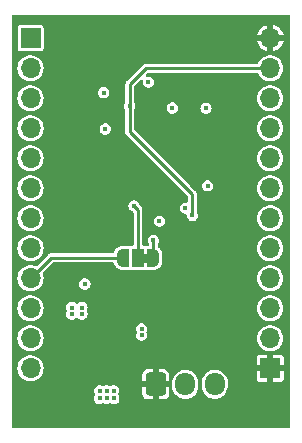
<source format=gbl>
G04 #@! TF.GenerationSoftware,KiCad,Pcbnew,7.0.1*
G04 #@! TF.CreationDate,2023-04-11T16:46:24+02:00*
G04 #@! TF.ProjectId,AFE_03,4146455f-3033-42e6-9b69-6361645f7063,rev?*
G04 #@! TF.SameCoordinates,Original*
G04 #@! TF.FileFunction,Copper,L4,Bot*
G04 #@! TF.FilePolarity,Positive*
%FSLAX46Y46*%
G04 Gerber Fmt 4.6, Leading zero omitted, Abs format (unit mm)*
G04 Created by KiCad (PCBNEW 7.0.1) date 2023-04-11 16:46:24*
%MOMM*%
%LPD*%
G01*
G04 APERTURE LIST*
G04 Aperture macros list*
%AMRoundRect*
0 Rectangle with rounded corners*
0 $1 Rounding radius*
0 $2 $3 $4 $5 $6 $7 $8 $9 X,Y pos of 4 corners*
0 Add a 4 corners polygon primitive as box body*
4,1,4,$2,$3,$4,$5,$6,$7,$8,$9,$2,$3,0*
0 Add four circle primitives for the rounded corners*
1,1,$1+$1,$2,$3*
1,1,$1+$1,$4,$5*
1,1,$1+$1,$6,$7*
1,1,$1+$1,$8,$9*
0 Add four rect primitives between the rounded corners*
20,1,$1+$1,$2,$3,$4,$5,0*
20,1,$1+$1,$4,$5,$6,$7,0*
20,1,$1+$1,$6,$7,$8,$9,0*
20,1,$1+$1,$8,$9,$2,$3,0*%
%AMFreePoly0*
4,1,19,0.550000,-0.750000,0.000000,-0.750000,0.000000,-0.744911,-0.071157,-0.744911,-0.207708,-0.704816,-0.327430,-0.627875,-0.420627,-0.520320,-0.479746,-0.390866,-0.500000,-0.250000,-0.500000,0.250000,-0.479746,0.390866,-0.420627,0.520320,-0.327430,0.627875,-0.207708,0.704816,-0.071157,0.744911,0.000000,0.744911,0.000000,0.750000,0.550000,0.750000,0.550000,-0.750000,0.550000,-0.750000,
$1*%
%AMFreePoly1*
4,1,19,0.000000,0.744911,0.071157,0.744911,0.207708,0.704816,0.327430,0.627875,0.420627,0.520320,0.479746,0.390866,0.500000,0.250000,0.500000,-0.250000,0.479746,-0.390866,0.420627,-0.520320,0.327430,-0.627875,0.207708,-0.704816,0.071157,-0.744911,0.000000,-0.744911,0.000000,-0.750000,-0.550000,-0.750000,-0.550000,0.750000,0.000000,0.750000,0.000000,0.744911,0.000000,0.744911,
$1*%
G04 Aperture macros list end*
G04 #@! TA.AperFunction,ComponentPad*
%ADD10RoundRect,0.250000X-0.600000X-0.725000X0.600000X-0.725000X0.600000X0.725000X-0.600000X0.725000X0*%
G04 #@! TD*
G04 #@! TA.AperFunction,ComponentPad*
%ADD11O,1.700000X1.950000*%
G04 #@! TD*
G04 #@! TA.AperFunction,SMDPad,CuDef*
%ADD12FreePoly0,180.000000*%
G04 #@! TD*
G04 #@! TA.AperFunction,SMDPad,CuDef*
%ADD13R,1.000000X1.500000*%
G04 #@! TD*
G04 #@! TA.AperFunction,SMDPad,CuDef*
%ADD14FreePoly1,180.000000*%
G04 #@! TD*
G04 #@! TA.AperFunction,ComponentPad*
%ADD15R,1.700000X1.700000*%
G04 #@! TD*
G04 #@! TA.AperFunction,ComponentPad*
%ADD16O,1.700000X1.700000*%
G04 #@! TD*
G04 #@! TA.AperFunction,ViaPad*
%ADD17C,0.450000*%
G04 #@! TD*
G04 #@! TA.AperFunction,Conductor*
%ADD18C,0.250000*%
G04 #@! TD*
G04 #@! TA.AperFunction,Conductor*
%ADD19C,0.750000*%
G04 #@! TD*
G04 APERTURE END LIST*
D10*
X100600000Y-65800000D03*
D11*
X103100000Y-65800000D03*
X105600000Y-65800000D03*
D12*
X100400000Y-55100000D03*
D13*
X99100000Y-55100000D03*
D14*
X97800000Y-55100000D03*
D15*
X110300000Y-64440000D03*
D16*
X110300000Y-61900000D03*
X110300000Y-59360000D03*
X110300000Y-56820000D03*
X110300000Y-54280000D03*
X110300000Y-51740000D03*
X110300000Y-49200000D03*
X110300000Y-46660000D03*
X110300000Y-44120000D03*
X110300000Y-41580000D03*
X110300000Y-39040000D03*
X110300000Y-36500000D03*
D15*
X90000000Y-36500000D03*
D16*
X90000000Y-39040000D03*
X90000000Y-41580000D03*
X90000000Y-44120000D03*
X90000000Y-46660000D03*
X90000000Y-49200000D03*
X90000000Y-51740000D03*
X90000000Y-54280000D03*
X90000000Y-56820000D03*
X90000000Y-59360000D03*
X90000000Y-61900000D03*
X90000000Y-64440000D03*
D17*
X99400000Y-61650000D03*
X94350000Y-59850000D03*
X93500000Y-59850000D03*
X93500000Y-59300000D03*
X94375000Y-53350000D03*
X96900000Y-53300000D03*
X97500000Y-43050000D03*
X94900000Y-42200000D03*
X100500000Y-50250000D03*
X101000000Y-40600000D03*
X93500000Y-66500000D03*
X106200000Y-54150000D03*
X94600000Y-58300000D03*
X94800000Y-43300000D03*
X98100000Y-58200000D03*
X92050000Y-62150000D03*
X92800000Y-41100000D03*
X91400000Y-68200000D03*
X98400000Y-42250000D03*
X103700000Y-51500000D03*
X96325000Y-44175000D03*
X94350000Y-59300000D03*
X99980000Y-40220000D03*
X94600000Y-57300000D03*
X96200000Y-41100000D03*
X98760000Y-50690000D03*
X100400000Y-53600000D03*
X95850000Y-66350000D03*
X103105000Y-50900000D03*
X96450000Y-67000000D03*
X100905000Y-52000000D03*
X97050000Y-66350000D03*
X99400000Y-61100000D03*
X96450000Y-66350000D03*
X97050000Y-67000000D03*
X95850000Y-67000000D03*
X104852350Y-42430827D03*
X105000000Y-49000000D03*
X102000000Y-42400000D03*
D18*
X98760000Y-50690000D02*
X99100000Y-51030000D01*
X99100000Y-51030000D02*
X99100000Y-55100000D01*
X98400000Y-40400000D02*
X99760000Y-39040000D01*
X98400000Y-42250000D02*
X98400000Y-40400000D01*
X99760000Y-39040000D02*
X110300000Y-39040000D01*
X98400000Y-42250000D02*
X98400000Y-44400000D01*
X98400000Y-44400000D02*
X103700000Y-49700000D01*
X103700000Y-49700000D02*
X103700000Y-51500000D01*
X97800000Y-55100000D02*
X91720000Y-55100000D01*
X91720000Y-55100000D02*
X90000000Y-56820000D01*
X100400000Y-53600000D02*
X100400000Y-55100000D01*
D19*
X100400000Y-55100000D02*
X99100000Y-55100000D01*
G04 #@! TA.AperFunction,Conductor*
G36*
X111938000Y-34516613D02*
G01*
X111983387Y-34562000D01*
X112000000Y-34624000D01*
X112000000Y-69376000D01*
X111983387Y-69438000D01*
X111938000Y-69483387D01*
X111876000Y-69500000D01*
X88524000Y-69500000D01*
X88462000Y-69483387D01*
X88416613Y-69438000D01*
X88400000Y-69376000D01*
X88400000Y-67000000D01*
X95369610Y-67000000D01*
X95389068Y-67135342D01*
X95445869Y-67259717D01*
X95535412Y-67363056D01*
X95650437Y-67436977D01*
X95650439Y-67436978D01*
X95781633Y-67475500D01*
X95918367Y-67475500D01*
X96049561Y-67436978D01*
X96082961Y-67415512D01*
X96126530Y-67398069D01*
X96173465Y-67398069D01*
X96217034Y-67415510D01*
X96250439Y-67436978D01*
X96381633Y-67475500D01*
X96518367Y-67475500D01*
X96649561Y-67436978D01*
X96682961Y-67415512D01*
X96726530Y-67398069D01*
X96773465Y-67398069D01*
X96817034Y-67415510D01*
X96850439Y-67436978D01*
X96981633Y-67475500D01*
X97118367Y-67475500D01*
X97249561Y-67436978D01*
X97364589Y-67363055D01*
X97454130Y-67259718D01*
X97510931Y-67135342D01*
X97530390Y-67000000D01*
X97510931Y-66864658D01*
X97454130Y-66740282D01*
X97454129Y-66740281D01*
X97447841Y-66726512D01*
X97436635Y-66675000D01*
X97447841Y-66623488D01*
X97510931Y-66485342D01*
X97510931Y-66485341D01*
X97530390Y-66350000D01*
X97510931Y-66214658D01*
X97454130Y-66090282D01*
X97419226Y-66050000D01*
X99450000Y-66050000D01*
X99450000Y-66568065D01*
X99460613Y-66656444D01*
X99516078Y-66797093D01*
X99607434Y-66917565D01*
X99727906Y-67008921D01*
X99868555Y-67064386D01*
X99956935Y-67075000D01*
X100350000Y-67075000D01*
X100350000Y-66050000D01*
X100850000Y-66050000D01*
X100850000Y-67075000D01*
X101243065Y-67075000D01*
X101331444Y-67064386D01*
X101472093Y-67008921D01*
X101592565Y-66917565D01*
X101683921Y-66797093D01*
X101739386Y-66656444D01*
X101750000Y-66568065D01*
X101750000Y-66050000D01*
X100850000Y-66050000D01*
X100350000Y-66050000D01*
X99450000Y-66050000D01*
X97419226Y-66050000D01*
X97364589Y-65986945D01*
X97364588Y-65986944D01*
X97364587Y-65986943D01*
X97349776Y-65977425D01*
X101999500Y-65977425D01*
X102004529Y-66030086D01*
X102014472Y-66134220D01*
X102073683Y-66335873D01*
X102169990Y-66522684D01*
X102299906Y-66687884D01*
X102458745Y-66825520D01*
X102557259Y-66882397D01*
X102640756Y-66930604D01*
X102734241Y-66962959D01*
X102839366Y-66999344D01*
X102874298Y-67004366D01*
X103047398Y-67029254D01*
X103257330Y-67019254D01*
X103461576Y-66969704D01*
X103547195Y-66930603D01*
X103652752Y-66882397D01*
X103732624Y-66825520D01*
X103823952Y-66760486D01*
X103968986Y-66608378D01*
X104082613Y-66431572D01*
X104160725Y-66236457D01*
X104200500Y-66030085D01*
X104200500Y-65977425D01*
X104499500Y-65977425D01*
X104504529Y-66030086D01*
X104514472Y-66134220D01*
X104573683Y-66335873D01*
X104669990Y-66522684D01*
X104799906Y-66687884D01*
X104958745Y-66825520D01*
X105057259Y-66882397D01*
X105140756Y-66930604D01*
X105234241Y-66962959D01*
X105339366Y-66999344D01*
X105374298Y-67004366D01*
X105547398Y-67029254D01*
X105757330Y-67019254D01*
X105961576Y-66969704D01*
X106047195Y-66930603D01*
X106152752Y-66882397D01*
X106232624Y-66825520D01*
X106323952Y-66760486D01*
X106468986Y-66608378D01*
X106582613Y-66431572D01*
X106660725Y-66236457D01*
X106700500Y-66030085D01*
X106700500Y-65622575D01*
X106685528Y-65465782D01*
X106626316Y-65264125D01*
X106530011Y-65077318D01*
X106486367Y-65021821D01*
X106400093Y-64912115D01*
X106241254Y-64774479D01*
X106094932Y-64690000D01*
X109150001Y-64690000D01*
X109150001Y-65334795D01*
X109152909Y-65359873D01*
X109198213Y-65462479D01*
X109277519Y-65541785D01*
X109380125Y-65587090D01*
X109405208Y-65590000D01*
X110050000Y-65590000D01*
X110050000Y-64690000D01*
X110550000Y-64690000D01*
X110550000Y-65589999D01*
X111194795Y-65589999D01*
X111219873Y-65587090D01*
X111322479Y-65541786D01*
X111401785Y-65462480D01*
X111447090Y-65359874D01*
X111450000Y-65334792D01*
X111450000Y-64690000D01*
X110550000Y-64690000D01*
X110050000Y-64690000D01*
X109150001Y-64690000D01*
X106094932Y-64690000D01*
X106059245Y-64669396D01*
X105860633Y-64600655D01*
X105652603Y-64570746D01*
X105652602Y-64570746D01*
X105547636Y-64575745D01*
X105442669Y-64580746D01*
X105238419Y-64630297D01*
X105047247Y-64717602D01*
X104876050Y-64839512D01*
X104731013Y-64991623D01*
X104617387Y-65168425D01*
X104539274Y-65363545D01*
X104504921Y-65541786D01*
X104499500Y-65569915D01*
X104499500Y-65977425D01*
X104200500Y-65977425D01*
X104200500Y-65622575D01*
X104185528Y-65465782D01*
X104126316Y-65264125D01*
X104030011Y-65077318D01*
X103986367Y-65021821D01*
X103900093Y-64912115D01*
X103741254Y-64774479D01*
X103559245Y-64669396D01*
X103360633Y-64600655D01*
X103152603Y-64570746D01*
X103152602Y-64570746D01*
X103047636Y-64575745D01*
X102942669Y-64580746D01*
X102738419Y-64630297D01*
X102547247Y-64717602D01*
X102376050Y-64839512D01*
X102231013Y-64991623D01*
X102117387Y-65168425D01*
X102039274Y-65363545D01*
X102004921Y-65541786D01*
X101999500Y-65569915D01*
X101999500Y-65977425D01*
X97349776Y-65977425D01*
X97249562Y-65913022D01*
X97118367Y-65874500D01*
X96981633Y-65874500D01*
X96850438Y-65913022D01*
X96817037Y-65934487D01*
X96750000Y-65954170D01*
X96682963Y-65934487D01*
X96649561Y-65913022D01*
X96518367Y-65874500D01*
X96381633Y-65874500D01*
X96250438Y-65913022D01*
X96217037Y-65934487D01*
X96150000Y-65954170D01*
X96082963Y-65934487D01*
X96049561Y-65913022D01*
X95918367Y-65874500D01*
X95781633Y-65874500D01*
X95650437Y-65913022D01*
X95535412Y-65986943D01*
X95445869Y-66090282D01*
X95389068Y-66214657D01*
X95369610Y-66349999D01*
X95389068Y-66485342D01*
X95452158Y-66623487D01*
X95463364Y-66674999D01*
X95452158Y-66726510D01*
X95389069Y-66864655D01*
X95369610Y-67000000D01*
X88400000Y-67000000D01*
X88400000Y-65550000D01*
X99450000Y-65550000D01*
X100350000Y-65550000D01*
X100350000Y-64525000D01*
X100850000Y-64525000D01*
X100850000Y-65550000D01*
X101750000Y-65550000D01*
X101750000Y-65031935D01*
X101739386Y-64943555D01*
X101683921Y-64802906D01*
X101592565Y-64682434D01*
X101472093Y-64591078D01*
X101331444Y-64535613D01*
X101243065Y-64525000D01*
X100850000Y-64525000D01*
X100350000Y-64525000D01*
X99956935Y-64525000D01*
X99868555Y-64535613D01*
X99727906Y-64591078D01*
X99607434Y-64682434D01*
X99516078Y-64802906D01*
X99460613Y-64943555D01*
X99450000Y-65031935D01*
X99450000Y-65550000D01*
X88400000Y-65550000D01*
X88400000Y-64440000D01*
X88894785Y-64440000D01*
X88913602Y-64643083D01*
X88969418Y-64839251D01*
X89060324Y-65021818D01*
X89183236Y-65184580D01*
X89333958Y-65321981D01*
X89401087Y-65363545D01*
X89507363Y-65429348D01*
X89697544Y-65503024D01*
X89898024Y-65540500D01*
X90101974Y-65540500D01*
X90101976Y-65540500D01*
X90302456Y-65503024D01*
X90492637Y-65429348D01*
X90666041Y-65321981D01*
X90816764Y-65184579D01*
X90939673Y-65021821D01*
X90939673Y-65021819D01*
X90939675Y-65021818D01*
X90994300Y-64912114D01*
X91030582Y-64839250D01*
X91086397Y-64643083D01*
X91105215Y-64440000D01*
X91086397Y-64236917D01*
X91073048Y-64190000D01*
X109150000Y-64190000D01*
X110050000Y-64190000D01*
X110050000Y-63290001D01*
X109405205Y-63290001D01*
X109380126Y-63292909D01*
X109277520Y-63338213D01*
X109198214Y-63417519D01*
X109152909Y-63520125D01*
X109150000Y-63545208D01*
X109150000Y-64190000D01*
X91073048Y-64190000D01*
X91030582Y-64040750D01*
X91030209Y-64040001D01*
X90939675Y-63858181D01*
X90816763Y-63695419D01*
X90666041Y-63558018D01*
X90492638Y-63450652D01*
X90302457Y-63376976D01*
X90235629Y-63364483D01*
X90101976Y-63339500D01*
X89898024Y-63339500D01*
X89797784Y-63358237D01*
X89697542Y-63376976D01*
X89507361Y-63450652D01*
X89333958Y-63558018D01*
X89183236Y-63695419D01*
X89060324Y-63858181D01*
X88969418Y-64040748D01*
X88913602Y-64236916D01*
X88894785Y-64440000D01*
X88400000Y-64440000D01*
X88400000Y-63290000D01*
X110550000Y-63290000D01*
X110550000Y-64190000D01*
X111449999Y-64190000D01*
X111449999Y-63545205D01*
X111447090Y-63520126D01*
X111401786Y-63417520D01*
X111322480Y-63338214D01*
X111219874Y-63292909D01*
X111194792Y-63290000D01*
X110550000Y-63290000D01*
X88400000Y-63290000D01*
X88400000Y-61900000D01*
X88894785Y-61900000D01*
X88913602Y-62103083D01*
X88969418Y-62299251D01*
X89060324Y-62481818D01*
X89183236Y-62644580D01*
X89333958Y-62781981D01*
X89507361Y-62889347D01*
X89507363Y-62889348D01*
X89697544Y-62963024D01*
X89898024Y-63000500D01*
X90101974Y-63000500D01*
X90101976Y-63000500D01*
X90302456Y-62963024D01*
X90492637Y-62889348D01*
X90666041Y-62781981D01*
X90816764Y-62644579D01*
X90939673Y-62481821D01*
X90939673Y-62481819D01*
X90939675Y-62481818D01*
X90985313Y-62390161D01*
X91030582Y-62299250D01*
X91086397Y-62103083D01*
X91105215Y-61900000D01*
X91086397Y-61696917D01*
X91073048Y-61650000D01*
X98919610Y-61650000D01*
X98939068Y-61785342D01*
X98995869Y-61909717D01*
X99085412Y-62013056D01*
X99200437Y-62086977D01*
X99200439Y-62086978D01*
X99331633Y-62125500D01*
X99468367Y-62125500D01*
X99599561Y-62086978D01*
X99714589Y-62013055D01*
X99804130Y-61909718D01*
X99808568Y-61900000D01*
X109194785Y-61900000D01*
X109213602Y-62103083D01*
X109269418Y-62299251D01*
X109360324Y-62481818D01*
X109483236Y-62644580D01*
X109633958Y-62781981D01*
X109807361Y-62889347D01*
X109807363Y-62889348D01*
X109997544Y-62963024D01*
X110198024Y-63000500D01*
X110401974Y-63000500D01*
X110401976Y-63000500D01*
X110602456Y-62963024D01*
X110792637Y-62889348D01*
X110966041Y-62781981D01*
X111116764Y-62644579D01*
X111239673Y-62481821D01*
X111239673Y-62481819D01*
X111239675Y-62481818D01*
X111285313Y-62390161D01*
X111330582Y-62299250D01*
X111386397Y-62103083D01*
X111405215Y-61900000D01*
X111386397Y-61696917D01*
X111330582Y-61500750D01*
X111330209Y-61500001D01*
X111239675Y-61318181D01*
X111116763Y-61155419D01*
X110966041Y-61018018D01*
X110792638Y-60910652D01*
X110602457Y-60836976D01*
X110535629Y-60824484D01*
X110401976Y-60799500D01*
X110198024Y-60799500D01*
X110097783Y-60818238D01*
X109997542Y-60836976D01*
X109807361Y-60910652D01*
X109633958Y-61018018D01*
X109483236Y-61155419D01*
X109360324Y-61318181D01*
X109269418Y-61500748D01*
X109213602Y-61696916D01*
X109194785Y-61900000D01*
X99808568Y-61900000D01*
X99860931Y-61785342D01*
X99880390Y-61650000D01*
X99860931Y-61514658D01*
X99854579Y-61500750D01*
X99820676Y-61426512D01*
X99809470Y-61375000D01*
X99820676Y-61323488D01*
X99860931Y-61235342D01*
X99860930Y-61235342D01*
X99880390Y-61100000D01*
X99860931Y-60964658D01*
X99804130Y-60840282D01*
X99714589Y-60736945D01*
X99714588Y-60736944D01*
X99714587Y-60736943D01*
X99599562Y-60663022D01*
X99468367Y-60624500D01*
X99331633Y-60624500D01*
X99200437Y-60663022D01*
X99085412Y-60736943D01*
X98995869Y-60840282D01*
X98939068Y-60964657D01*
X98919610Y-61100000D01*
X98939069Y-61235344D01*
X98979323Y-61323488D01*
X98990529Y-61374999D01*
X98979324Y-61426510D01*
X98939068Y-61514658D01*
X98919610Y-61650000D01*
X91073048Y-61650000D01*
X91030582Y-61500750D01*
X91030209Y-61500001D01*
X90939675Y-61318181D01*
X90816763Y-61155419D01*
X90666041Y-61018018D01*
X90492638Y-60910652D01*
X90302457Y-60836976D01*
X90235629Y-60824484D01*
X90101976Y-60799500D01*
X89898024Y-60799500D01*
X89797783Y-60818238D01*
X89697542Y-60836976D01*
X89507361Y-60910652D01*
X89333958Y-61018018D01*
X89183236Y-61155419D01*
X89060324Y-61318181D01*
X88969418Y-61500748D01*
X88913602Y-61696916D01*
X88894785Y-61900000D01*
X88400000Y-61900000D01*
X88400000Y-59359999D01*
X88894785Y-59359999D01*
X88913602Y-59563083D01*
X88969418Y-59759251D01*
X89060324Y-59941818D01*
X89183236Y-60104580D01*
X89333958Y-60241981D01*
X89468847Y-60325500D01*
X89507363Y-60349348D01*
X89697544Y-60423024D01*
X89898024Y-60460500D01*
X90101974Y-60460500D01*
X90101976Y-60460500D01*
X90302456Y-60423024D01*
X90492637Y-60349348D01*
X90666041Y-60241981D01*
X90816764Y-60104579D01*
X90939673Y-59941821D01*
X90939673Y-59941819D01*
X90939675Y-59941818D01*
X90985394Y-59850000D01*
X93019610Y-59850000D01*
X93039068Y-59985342D01*
X93095869Y-60109717D01*
X93185412Y-60213056D01*
X93230421Y-60241981D01*
X93300439Y-60286978D01*
X93431633Y-60325500D01*
X93568367Y-60325500D01*
X93699561Y-60286978D01*
X93814589Y-60213055D01*
X93831287Y-60193784D01*
X93873488Y-60162193D01*
X93925000Y-60150987D01*
X93976512Y-60162193D01*
X94018714Y-60193785D01*
X94035412Y-60213056D01*
X94080421Y-60241981D01*
X94150439Y-60286978D01*
X94281633Y-60325500D01*
X94418367Y-60325500D01*
X94549561Y-60286978D01*
X94664589Y-60213055D01*
X94754130Y-60109718D01*
X94810931Y-59985342D01*
X94830390Y-59850000D01*
X94810931Y-59714658D01*
X94775000Y-59635980D01*
X94770676Y-59626511D01*
X94759470Y-59574999D01*
X94770676Y-59523487D01*
X94810931Y-59435342D01*
X94821763Y-59360000D01*
X94821763Y-59359999D01*
X109194785Y-59359999D01*
X109213602Y-59563083D01*
X109269418Y-59759251D01*
X109360324Y-59941818D01*
X109483236Y-60104580D01*
X109633958Y-60241981D01*
X109768847Y-60325500D01*
X109807363Y-60349348D01*
X109997544Y-60423024D01*
X110198024Y-60460500D01*
X110401974Y-60460500D01*
X110401976Y-60460500D01*
X110602456Y-60423024D01*
X110792637Y-60349348D01*
X110966041Y-60241981D01*
X111116764Y-60104579D01*
X111239673Y-59941821D01*
X111239673Y-59941819D01*
X111239675Y-59941818D01*
X111285394Y-59850000D01*
X111330582Y-59759250D01*
X111386397Y-59563083D01*
X111405215Y-59360000D01*
X111386397Y-59156917D01*
X111330582Y-58960750D01*
X111281920Y-58863022D01*
X111239675Y-58778181D01*
X111116763Y-58615419D01*
X110966041Y-58478018D01*
X110792638Y-58370652D01*
X110602457Y-58296976D01*
X110535629Y-58284484D01*
X110401976Y-58259500D01*
X110198024Y-58259500D01*
X110097783Y-58278238D01*
X109997542Y-58296976D01*
X109807361Y-58370652D01*
X109633958Y-58478018D01*
X109483236Y-58615419D01*
X109360324Y-58778181D01*
X109269418Y-58960748D01*
X109213602Y-59156916D01*
X109194785Y-59359999D01*
X94821763Y-59359999D01*
X94830390Y-59300000D01*
X94810931Y-59164658D01*
X94807395Y-59156916D01*
X94754130Y-59040282D01*
X94664587Y-58936943D01*
X94549562Y-58863022D01*
X94418367Y-58824500D01*
X94281633Y-58824500D01*
X94150437Y-58863022D01*
X94035411Y-58936943D01*
X94018713Y-58956215D01*
X93959935Y-58993989D01*
X93890065Y-58993989D01*
X93831287Y-58956215D01*
X93814588Y-58936943D01*
X93699562Y-58863022D01*
X93568367Y-58824500D01*
X93431633Y-58824500D01*
X93300437Y-58863022D01*
X93185412Y-58936943D01*
X93095869Y-59040282D01*
X93039068Y-59164657D01*
X93019610Y-59300000D01*
X93039068Y-59435341D01*
X93079324Y-59523489D01*
X93090529Y-59575000D01*
X93079324Y-59626511D01*
X93039068Y-59714658D01*
X93019610Y-59850000D01*
X90985394Y-59850000D01*
X91030582Y-59759250D01*
X91086397Y-59563083D01*
X91105215Y-59360000D01*
X91086397Y-59156917D01*
X91030582Y-58960750D01*
X90981920Y-58863022D01*
X90939675Y-58778181D01*
X90816763Y-58615419D01*
X90666041Y-58478018D01*
X90492638Y-58370652D01*
X90302457Y-58296976D01*
X90235629Y-58284484D01*
X90101976Y-58259500D01*
X89898024Y-58259500D01*
X89797783Y-58278238D01*
X89697542Y-58296976D01*
X89507361Y-58370652D01*
X89333958Y-58478018D01*
X89183236Y-58615419D01*
X89060324Y-58778181D01*
X88969418Y-58960748D01*
X88913602Y-59156916D01*
X88894785Y-59359999D01*
X88400000Y-59359999D01*
X88400000Y-56820000D01*
X88894785Y-56820000D01*
X88913602Y-57023083D01*
X88969418Y-57219251D01*
X89060324Y-57401818D01*
X89183236Y-57564580D01*
X89333958Y-57701981D01*
X89452696Y-57775500D01*
X89507363Y-57809348D01*
X89697544Y-57883024D01*
X89898024Y-57920500D01*
X90101974Y-57920500D01*
X90101976Y-57920500D01*
X90302456Y-57883024D01*
X90492637Y-57809348D01*
X90666041Y-57701981D01*
X90816764Y-57564579D01*
X90939673Y-57401821D01*
X90939673Y-57401819D01*
X90939675Y-57401818D01*
X90985313Y-57310161D01*
X90990373Y-57300000D01*
X94119610Y-57300000D01*
X94139068Y-57435342D01*
X94195869Y-57559717D01*
X94285412Y-57663056D01*
X94400437Y-57736977D01*
X94400439Y-57736978D01*
X94531633Y-57775500D01*
X94668367Y-57775500D01*
X94799561Y-57736978D01*
X94914589Y-57663055D01*
X95004130Y-57559718D01*
X95060931Y-57435342D01*
X95080390Y-57300000D01*
X95060931Y-57164658D01*
X95004130Y-57040282D01*
X94914589Y-56936945D01*
X94914588Y-56936944D01*
X94914587Y-56936943D01*
X94799562Y-56863022D01*
X94668367Y-56824500D01*
X94531633Y-56824500D01*
X94400437Y-56863022D01*
X94285412Y-56936943D01*
X94195869Y-57040282D01*
X94139068Y-57164657D01*
X94119610Y-57300000D01*
X90990373Y-57300000D01*
X91030582Y-57219250D01*
X91086397Y-57023083D01*
X91105215Y-56820000D01*
X109194785Y-56820000D01*
X109213602Y-57023083D01*
X109269418Y-57219251D01*
X109360324Y-57401818D01*
X109483236Y-57564580D01*
X109633958Y-57701981D01*
X109752696Y-57775500D01*
X109807363Y-57809348D01*
X109997544Y-57883024D01*
X110198024Y-57920500D01*
X110401974Y-57920500D01*
X110401976Y-57920500D01*
X110602456Y-57883024D01*
X110792637Y-57809348D01*
X110966041Y-57701981D01*
X111116764Y-57564579D01*
X111239673Y-57401821D01*
X111239673Y-57401819D01*
X111239675Y-57401818D01*
X111285313Y-57310161D01*
X111330582Y-57219250D01*
X111386397Y-57023083D01*
X111405215Y-56820000D01*
X111386397Y-56616917D01*
X111330582Y-56420750D01*
X111330209Y-56420001D01*
X111239675Y-56238181D01*
X111116763Y-56075419D01*
X110966041Y-55938018D01*
X110792638Y-55830652D01*
X110602457Y-55756976D01*
X110535629Y-55744484D01*
X110401976Y-55719500D01*
X110198024Y-55719500D01*
X110097783Y-55738238D01*
X109997542Y-55756976D01*
X109807361Y-55830652D01*
X109633958Y-55938018D01*
X109483236Y-56075419D01*
X109360324Y-56238181D01*
X109269418Y-56420748D01*
X109213602Y-56616916D01*
X109194785Y-56820000D01*
X91105215Y-56820000D01*
X91086397Y-56616917D01*
X91030582Y-56420750D01*
X91030581Y-56420748D01*
X91028308Y-56412758D01*
X91027556Y-56347653D01*
X91059891Y-56291144D01*
X91839217Y-55511819D01*
X91879446Y-55484939D01*
X91926899Y-55475500D01*
X96954076Y-55475500D01*
X97005587Y-55486705D01*
X97047788Y-55518296D01*
X97073052Y-55564563D01*
X97082992Y-55598415D01*
X97142718Y-55729197D01*
X97182024Y-55790358D01*
X97208633Y-55821066D01*
X97276176Y-55899016D01*
X97331119Y-55946624D01*
X97452073Y-56024356D01*
X97518200Y-56054555D01*
X97656155Y-56095062D01*
X97728111Y-56105408D01*
X98349999Y-56105408D01*
X98350000Y-56105408D01*
X98447740Y-56085966D01*
X98447741Y-56085964D01*
X98450807Y-56085355D01*
X98499193Y-56085355D01*
X98502258Y-56085964D01*
X98502260Y-56085966D01*
X98575326Y-56100500D01*
X99624673Y-56100500D01*
X99624674Y-56100500D01*
X99697740Y-56085966D01*
X99697741Y-56085964D01*
X99700807Y-56085355D01*
X99749193Y-56085355D01*
X99752258Y-56085964D01*
X99752260Y-56085966D01*
X99850000Y-56105408D01*
X100471888Y-56105408D01*
X100471889Y-56105408D01*
X100543845Y-56095062D01*
X100681800Y-56054555D01*
X100747927Y-56024356D01*
X100868881Y-55946624D01*
X100923824Y-55899016D01*
X101017978Y-55790355D01*
X101057279Y-55729201D01*
X101117007Y-55598416D01*
X101137488Y-55528664D01*
X101157950Y-55386349D01*
X101157950Y-55313651D01*
X101156669Y-55304747D01*
X101155408Y-55287102D01*
X101155408Y-54912898D01*
X101156670Y-54895251D01*
X101157950Y-54886348D01*
X101157950Y-54813652D01*
X101151269Y-54767188D01*
X101137488Y-54671336D01*
X101117007Y-54601584D01*
X101117005Y-54601579D01*
X101057281Y-54470802D01*
X101017975Y-54409641D01*
X100976799Y-54362121D01*
X100923824Y-54300984D01*
X100899607Y-54280000D01*
X109194785Y-54280000D01*
X109213602Y-54483083D01*
X109269418Y-54679251D01*
X109360324Y-54861818D01*
X109483236Y-55024580D01*
X109633958Y-55161981D01*
X109807361Y-55269347D01*
X109807363Y-55269348D01*
X109997544Y-55343024D01*
X110198024Y-55380500D01*
X110401974Y-55380500D01*
X110401976Y-55380500D01*
X110602456Y-55343024D01*
X110792637Y-55269348D01*
X110966041Y-55161981D01*
X111116764Y-55024579D01*
X111239673Y-54861821D01*
X111239673Y-54861819D01*
X111239675Y-54861818D01*
X111286794Y-54767188D01*
X111330582Y-54679250D01*
X111386397Y-54483083D01*
X111405215Y-54280000D01*
X111386397Y-54076917D01*
X111330582Y-53880750D01*
X111320109Y-53859718D01*
X111239675Y-53698181D01*
X111116763Y-53535419D01*
X110966041Y-53398018D01*
X110792638Y-53290652D01*
X110602457Y-53216976D01*
X110535629Y-53204483D01*
X110401976Y-53179500D01*
X110198024Y-53179500D01*
X110097784Y-53198237D01*
X109997542Y-53216976D01*
X109807361Y-53290652D01*
X109633958Y-53398018D01*
X109483236Y-53535419D01*
X109360324Y-53698181D01*
X109269418Y-53880748D01*
X109213602Y-54076916D01*
X109194785Y-54280000D01*
X100899607Y-54280000D01*
X100868881Y-54253376D01*
X100868878Y-54253374D01*
X100832460Y-54229969D01*
X100790668Y-54185081D01*
X100775500Y-54125654D01*
X100775500Y-53939008D01*
X100783319Y-53895673D01*
X100802384Y-53863539D01*
X100804127Y-53859720D01*
X100804130Y-53859718D01*
X100860931Y-53735342D01*
X100880390Y-53600000D01*
X100860931Y-53464658D01*
X100830497Y-53398018D01*
X100804130Y-53340282D01*
X100714587Y-53236943D01*
X100599562Y-53163022D01*
X100468367Y-53124500D01*
X100331633Y-53124500D01*
X100200437Y-53163022D01*
X100085412Y-53236943D01*
X99995869Y-53340282D01*
X99939068Y-53464657D01*
X99919610Y-53600000D01*
X99939068Y-53735342D01*
X99997615Y-53863539D01*
X100016681Y-53895673D01*
X100024500Y-53939008D01*
X100024500Y-53970592D01*
X100007887Y-54032592D01*
X99962500Y-54077979D01*
X99900500Y-54094592D01*
X99849998Y-54094592D01*
X99749188Y-54114644D01*
X99700805Y-54114644D01*
X99697740Y-54114034D01*
X99652012Y-54104938D01*
X99624675Y-54099500D01*
X99624674Y-54099500D01*
X99599500Y-54099500D01*
X99537500Y-54082887D01*
X99492113Y-54037500D01*
X99475500Y-53975500D01*
X99475500Y-52000000D01*
X100424610Y-52000000D01*
X100444068Y-52135342D01*
X100500869Y-52259717D01*
X100590412Y-52363056D01*
X100705437Y-52436977D01*
X100705439Y-52436978D01*
X100836633Y-52475500D01*
X100973367Y-52475500D01*
X101104561Y-52436978D01*
X101219589Y-52363055D01*
X101309130Y-52259718D01*
X101365931Y-52135342D01*
X101385390Y-52000000D01*
X101365931Y-51864658D01*
X101365199Y-51863056D01*
X101309130Y-51740282D01*
X101219587Y-51636943D01*
X101104562Y-51563022D01*
X100973367Y-51524500D01*
X100836633Y-51524500D01*
X100705437Y-51563022D01*
X100590412Y-51636943D01*
X100500869Y-51740282D01*
X100444068Y-51864657D01*
X100424610Y-52000000D01*
X99475500Y-52000000D01*
X99475500Y-51081804D01*
X99478139Y-51056358D01*
X99478831Y-51053056D01*
X99480367Y-51045732D01*
X99476452Y-51014323D01*
X99475500Y-50998986D01*
X99475500Y-50998889D01*
X99475500Y-50998886D01*
X99472074Y-50978357D01*
X99471342Y-50973334D01*
X99464866Y-50921375D01*
X99464864Y-50921371D01*
X99463889Y-50913547D01*
X99463819Y-50913327D01*
X99435169Y-50860388D01*
X99432822Y-50855829D01*
X99406360Y-50801700D01*
X99406225Y-50801519D01*
X99400419Y-50796174D01*
X99361906Y-50760720D01*
X99358231Y-50757194D01*
X99261067Y-50660029D01*
X99237864Y-50627851D01*
X99226011Y-50589993D01*
X99220931Y-50554657D01*
X99164130Y-50430282D01*
X99074587Y-50326943D01*
X98959562Y-50253022D01*
X98828367Y-50214500D01*
X98691633Y-50214500D01*
X98560437Y-50253022D01*
X98445412Y-50326943D01*
X98355869Y-50430282D01*
X98299068Y-50554657D01*
X98279610Y-50690000D01*
X98299068Y-50825342D01*
X98355869Y-50949717D01*
X98355870Y-50949718D01*
X98405232Y-51006686D01*
X98445412Y-51053056D01*
X98560437Y-51126977D01*
X98560439Y-51126978D01*
X98610382Y-51141642D01*
X98635435Y-51148999D01*
X98681703Y-51174263D01*
X98713294Y-51216465D01*
X98724500Y-51267976D01*
X98724500Y-53975500D01*
X98707887Y-54037500D01*
X98662500Y-54082887D01*
X98600500Y-54099500D01*
X98575325Y-54099500D01*
X98528340Y-54108846D01*
X98502260Y-54114034D01*
X98502259Y-54114034D01*
X98499194Y-54114644D01*
X98450811Y-54114644D01*
X98350002Y-54094592D01*
X98350000Y-54094592D01*
X97728111Y-54094592D01*
X97710122Y-54097178D01*
X97656152Y-54104938D01*
X97518200Y-54145444D01*
X97452075Y-54175643D01*
X97331119Y-54253376D01*
X97276173Y-54300987D01*
X97182024Y-54409641D01*
X97142718Y-54470802D01*
X97082992Y-54601584D01*
X97073052Y-54635437D01*
X97047788Y-54681704D01*
X97005587Y-54713295D01*
X96954076Y-54724500D01*
X91771803Y-54724500D01*
X91746357Y-54721861D01*
X91735731Y-54719633D01*
X91704324Y-54723548D01*
X91688987Y-54724500D01*
X91688886Y-54724500D01*
X91668359Y-54727924D01*
X91663300Y-54728661D01*
X91603556Y-54736109D01*
X91603316Y-54736186D01*
X91550359Y-54764844D01*
X91545805Y-54767188D01*
X91491721Y-54793628D01*
X91491506Y-54793788D01*
X91450729Y-54838082D01*
X91447183Y-54841777D01*
X90525027Y-55763933D01*
X90485680Y-55790444D01*
X90439257Y-55800237D01*
X90392553Y-55791879D01*
X90388619Y-55790355D01*
X90302456Y-55756976D01*
X90101976Y-55719500D01*
X89898024Y-55719500D01*
X89797783Y-55738238D01*
X89697542Y-55756976D01*
X89507361Y-55830652D01*
X89333958Y-55938018D01*
X89183236Y-56075419D01*
X89060324Y-56238181D01*
X88969418Y-56420748D01*
X88913602Y-56616916D01*
X88894785Y-56820000D01*
X88400000Y-56820000D01*
X88400000Y-54280000D01*
X88894785Y-54280000D01*
X88913602Y-54483083D01*
X88969418Y-54679251D01*
X89060324Y-54861818D01*
X89183236Y-55024580D01*
X89333958Y-55161981D01*
X89507361Y-55269347D01*
X89507363Y-55269348D01*
X89697544Y-55343024D01*
X89898024Y-55380500D01*
X90101974Y-55380500D01*
X90101976Y-55380500D01*
X90302456Y-55343024D01*
X90492637Y-55269348D01*
X90666041Y-55161981D01*
X90816764Y-55024579D01*
X90939673Y-54861821D01*
X90939673Y-54861819D01*
X90939675Y-54861818D01*
X90986794Y-54767188D01*
X91030582Y-54679250D01*
X91086397Y-54483083D01*
X91105215Y-54280000D01*
X91086397Y-54076917D01*
X91030582Y-53880750D01*
X91020109Y-53859718D01*
X90939675Y-53698181D01*
X90816763Y-53535419D01*
X90666041Y-53398018D01*
X90492638Y-53290652D01*
X90302457Y-53216976D01*
X90235629Y-53204483D01*
X90101976Y-53179500D01*
X89898024Y-53179500D01*
X89797784Y-53198237D01*
X89697542Y-53216976D01*
X89507361Y-53290652D01*
X89333958Y-53398018D01*
X89183236Y-53535419D01*
X89060324Y-53698181D01*
X88969418Y-53880748D01*
X88913602Y-54076916D01*
X88894785Y-54280000D01*
X88400000Y-54280000D01*
X88400000Y-51739999D01*
X88894785Y-51739999D01*
X88913602Y-51943083D01*
X88969418Y-52139251D01*
X89060324Y-52321818D01*
X89183236Y-52484580D01*
X89333958Y-52621981D01*
X89507361Y-52729347D01*
X89507363Y-52729348D01*
X89697544Y-52803024D01*
X89898024Y-52840500D01*
X90101974Y-52840500D01*
X90101976Y-52840500D01*
X90302456Y-52803024D01*
X90492637Y-52729348D01*
X90666041Y-52621981D01*
X90816764Y-52484579D01*
X90939673Y-52321821D01*
X90939673Y-52321819D01*
X90939675Y-52321818D01*
X90985313Y-52230161D01*
X91030582Y-52139250D01*
X91086397Y-51943083D01*
X91105215Y-51740000D01*
X91086397Y-51536917D01*
X91030582Y-51340750D01*
X90994345Y-51267976D01*
X90939675Y-51158181D01*
X90816763Y-50995419D01*
X90666041Y-50858018D01*
X90492638Y-50750652D01*
X90302457Y-50676976D01*
X90211797Y-50660029D01*
X90101976Y-50639500D01*
X89898024Y-50639500D01*
X89797783Y-50658238D01*
X89697542Y-50676976D01*
X89507361Y-50750652D01*
X89333958Y-50858018D01*
X89183236Y-50995419D01*
X89060324Y-51158181D01*
X88969418Y-51340748D01*
X88913602Y-51536916D01*
X88894785Y-51739999D01*
X88400000Y-51739999D01*
X88400000Y-49199999D01*
X88894785Y-49199999D01*
X88913602Y-49403083D01*
X88969418Y-49599251D01*
X89060324Y-49781818D01*
X89183236Y-49944580D01*
X89333958Y-50081981D01*
X89507361Y-50189347D01*
X89507363Y-50189348D01*
X89697544Y-50263024D01*
X89898024Y-50300500D01*
X90101974Y-50300500D01*
X90101976Y-50300500D01*
X90302456Y-50263024D01*
X90492637Y-50189348D01*
X90666041Y-50081981D01*
X90816764Y-49944579D01*
X90939673Y-49781821D01*
X90939673Y-49781819D01*
X90939675Y-49781818D01*
X90995858Y-49668986D01*
X91030582Y-49599250D01*
X91086397Y-49403083D01*
X91105215Y-49200000D01*
X91086397Y-48996917D01*
X91030582Y-48800750D01*
X91000473Y-48740282D01*
X90939675Y-48618181D01*
X90816763Y-48455419D01*
X90666041Y-48318018D01*
X90492638Y-48210652D01*
X90302457Y-48136976D01*
X90235629Y-48124484D01*
X90101976Y-48099500D01*
X89898024Y-48099500D01*
X89797784Y-48118237D01*
X89697542Y-48136976D01*
X89507361Y-48210652D01*
X89333958Y-48318018D01*
X89183236Y-48455419D01*
X89060324Y-48618181D01*
X88969418Y-48800748D01*
X88913602Y-48996916D01*
X88894785Y-49199999D01*
X88400000Y-49199999D01*
X88400000Y-46660000D01*
X88894785Y-46660000D01*
X88913602Y-46863083D01*
X88969418Y-47059251D01*
X89060324Y-47241818D01*
X89183236Y-47404580D01*
X89333958Y-47541981D01*
X89507361Y-47649347D01*
X89507363Y-47649348D01*
X89697544Y-47723024D01*
X89898024Y-47760500D01*
X90101974Y-47760500D01*
X90101976Y-47760500D01*
X90302456Y-47723024D01*
X90492637Y-47649348D01*
X90666041Y-47541981D01*
X90816764Y-47404579D01*
X90939673Y-47241821D01*
X90939673Y-47241819D01*
X90939675Y-47241818D01*
X90985313Y-47150161D01*
X91030582Y-47059250D01*
X91086397Y-46863083D01*
X91105215Y-46660000D01*
X91086397Y-46456917D01*
X91030582Y-46260750D01*
X91030209Y-46260001D01*
X90939675Y-46078181D01*
X90816763Y-45915419D01*
X90666041Y-45778018D01*
X90492638Y-45670652D01*
X90302457Y-45596976D01*
X90235629Y-45584484D01*
X90101976Y-45559500D01*
X89898024Y-45559500D01*
X89797783Y-45578238D01*
X89697542Y-45596976D01*
X89507361Y-45670652D01*
X89333958Y-45778018D01*
X89183236Y-45915419D01*
X89060324Y-46078181D01*
X88969418Y-46260748D01*
X88913602Y-46456916D01*
X88894785Y-46660000D01*
X88400000Y-46660000D01*
X88400000Y-44120000D01*
X88894785Y-44120000D01*
X88913602Y-44323083D01*
X88969418Y-44519251D01*
X89060324Y-44701818D01*
X89183236Y-44864580D01*
X89333958Y-45001981D01*
X89507361Y-45109347D01*
X89507363Y-45109348D01*
X89697544Y-45183024D01*
X89898024Y-45220500D01*
X90101974Y-45220500D01*
X90101976Y-45220500D01*
X90302456Y-45183024D01*
X90492637Y-45109348D01*
X90666041Y-45001981D01*
X90816764Y-44864579D01*
X90939673Y-44701821D01*
X90939673Y-44701819D01*
X90939675Y-44701818D01*
X91005507Y-44569608D01*
X91030582Y-44519250D01*
X91086397Y-44323083D01*
X91100119Y-44175000D01*
X95844610Y-44175000D01*
X95864068Y-44310342D01*
X95920869Y-44434717D01*
X95920870Y-44434718D01*
X95997894Y-44523610D01*
X96010412Y-44538056D01*
X96066595Y-44574162D01*
X96125439Y-44611978D01*
X96256633Y-44650500D01*
X96393367Y-44650500D01*
X96524561Y-44611978D01*
X96639589Y-44538055D01*
X96729130Y-44434718D01*
X96785931Y-44310342D01*
X96805390Y-44175000D01*
X96785931Y-44039658D01*
X96729130Y-43915282D01*
X96639589Y-43811945D01*
X96639588Y-43811944D01*
X96639587Y-43811943D01*
X96524562Y-43738022D01*
X96393367Y-43699500D01*
X96256633Y-43699500D01*
X96125437Y-43738022D01*
X96010412Y-43811943D01*
X95920869Y-43915282D01*
X95864068Y-44039657D01*
X95844610Y-44175000D01*
X91100119Y-44175000D01*
X91105215Y-44120000D01*
X91086397Y-43916917D01*
X91030582Y-43720750D01*
X91020001Y-43699500D01*
X90939675Y-43538181D01*
X90816763Y-43375419D01*
X90666041Y-43238018D01*
X90492638Y-43130652D01*
X90302457Y-43056976D01*
X90235629Y-43044484D01*
X90101976Y-43019500D01*
X89898024Y-43019500D01*
X89797783Y-43038238D01*
X89697542Y-43056976D01*
X89507361Y-43130652D01*
X89333958Y-43238018D01*
X89183236Y-43375419D01*
X89060324Y-43538181D01*
X88969418Y-43720748D01*
X88913602Y-43916916D01*
X88894785Y-44120000D01*
X88400000Y-44120000D01*
X88400000Y-41579999D01*
X88894785Y-41579999D01*
X88913602Y-41783083D01*
X88969418Y-41979251D01*
X89060324Y-42161818D01*
X89183236Y-42324580D01*
X89333958Y-42461981D01*
X89507361Y-42569347D01*
X89507363Y-42569348D01*
X89697544Y-42643024D01*
X89898024Y-42680500D01*
X90101974Y-42680500D01*
X90101976Y-42680500D01*
X90302456Y-42643024D01*
X90492637Y-42569348D01*
X90666041Y-42461981D01*
X90816764Y-42324579D01*
X90873083Y-42250000D01*
X97919610Y-42250000D01*
X97939068Y-42385342D01*
X97997615Y-42513539D01*
X98016681Y-42545673D01*
X98024500Y-42589008D01*
X98024500Y-44348195D01*
X98021861Y-44373641D01*
X98019633Y-44384266D01*
X98023548Y-44415677D01*
X98024500Y-44431014D01*
X98024500Y-44431116D01*
X98027918Y-44451602D01*
X98028657Y-44456670D01*
X98036107Y-44516438D01*
X98036185Y-44516682D01*
X98064827Y-44569608D01*
X98067171Y-44574162D01*
X98093634Y-44628292D01*
X98093777Y-44628482D01*
X98099579Y-44633824D01*
X98099581Y-44633826D01*
X98138108Y-44669293D01*
X98141780Y-44672817D01*
X103288181Y-49819219D01*
X103315061Y-49859447D01*
X103324500Y-49906900D01*
X103324500Y-50303232D01*
X103311384Y-50358736D01*
X103274811Y-50402498D01*
X103222518Y-50425261D01*
X103191195Y-50423583D01*
X103191195Y-50424500D01*
X103036633Y-50424500D01*
X102905437Y-50463022D01*
X102790412Y-50536943D01*
X102700869Y-50640282D01*
X102644068Y-50764657D01*
X102624610Y-50899999D01*
X102644068Y-51035342D01*
X102700869Y-51159717D01*
X102790412Y-51263056D01*
X102798068Y-51267976D01*
X102905439Y-51336978D01*
X103036633Y-51375500D01*
X103094407Y-51375500D01*
X103145925Y-51386708D01*
X103188129Y-51418307D01*
X103213390Y-51464585D01*
X103214681Y-51482696D01*
X103217073Y-51482353D01*
X103239068Y-51635342D01*
X103295869Y-51759717D01*
X103385412Y-51863056D01*
X103387905Y-51864658D01*
X103500439Y-51936978D01*
X103631633Y-51975500D01*
X103768367Y-51975500D01*
X103899561Y-51936978D01*
X104014589Y-51863055D01*
X104104130Y-51759718D01*
X104113135Y-51739999D01*
X109194785Y-51739999D01*
X109213602Y-51943083D01*
X109269418Y-52139251D01*
X109360324Y-52321818D01*
X109483236Y-52484580D01*
X109633958Y-52621981D01*
X109807361Y-52729347D01*
X109807363Y-52729348D01*
X109997544Y-52803024D01*
X110198024Y-52840500D01*
X110401974Y-52840500D01*
X110401976Y-52840500D01*
X110602456Y-52803024D01*
X110792637Y-52729348D01*
X110966041Y-52621981D01*
X111116764Y-52484579D01*
X111239673Y-52321821D01*
X111239673Y-52321819D01*
X111239675Y-52321818D01*
X111285313Y-52230161D01*
X111330582Y-52139250D01*
X111386397Y-51943083D01*
X111405215Y-51740000D01*
X111386397Y-51536917D01*
X111330582Y-51340750D01*
X111294345Y-51267976D01*
X111239675Y-51158181D01*
X111116763Y-50995419D01*
X110966041Y-50858018D01*
X110792638Y-50750652D01*
X110602457Y-50676976D01*
X110511797Y-50660029D01*
X110401976Y-50639500D01*
X110198024Y-50639500D01*
X110097783Y-50658238D01*
X109997542Y-50676976D01*
X109807361Y-50750652D01*
X109633958Y-50858018D01*
X109483236Y-50995419D01*
X109360324Y-51158181D01*
X109269418Y-51340748D01*
X109213602Y-51536916D01*
X109194785Y-51739999D01*
X104113135Y-51739999D01*
X104160931Y-51635342D01*
X104180390Y-51500000D01*
X104160931Y-51364658D01*
X104156474Y-51354899D01*
X104134085Y-51305874D01*
X104104130Y-51240282D01*
X104104128Y-51240280D01*
X104102384Y-51236460D01*
X104083319Y-51204327D01*
X104075500Y-51160992D01*
X104075500Y-49751805D01*
X104078139Y-49726359D01*
X104078785Y-49723275D01*
X104080367Y-49715732D01*
X104076452Y-49684323D01*
X104075500Y-49668986D01*
X104075500Y-49668888D01*
X104075500Y-49668886D01*
X104072075Y-49648369D01*
X104071341Y-49643325D01*
X104063891Y-49583550D01*
X104063821Y-49583332D01*
X104060065Y-49576392D01*
X104060065Y-49576390D01*
X104035148Y-49530348D01*
X104032828Y-49525840D01*
X104009826Y-49478789D01*
X104009825Y-49478788D01*
X104006360Y-49471700D01*
X104006225Y-49471519D01*
X104000419Y-49466174D01*
X103961891Y-49430706D01*
X103958218Y-49427181D01*
X103531037Y-49000000D01*
X104519610Y-49000000D01*
X104539068Y-49135342D01*
X104595869Y-49259717D01*
X104685412Y-49363056D01*
X104800437Y-49436977D01*
X104800439Y-49436978D01*
X104931633Y-49475500D01*
X105068367Y-49475500D01*
X105199561Y-49436978D01*
X105314589Y-49363055D01*
X105404130Y-49259718D01*
X105431403Y-49199999D01*
X109194785Y-49199999D01*
X109213602Y-49403083D01*
X109269418Y-49599251D01*
X109360324Y-49781818D01*
X109483236Y-49944580D01*
X109633958Y-50081981D01*
X109807361Y-50189347D01*
X109807363Y-50189348D01*
X109997544Y-50263024D01*
X110198024Y-50300500D01*
X110401974Y-50300500D01*
X110401976Y-50300500D01*
X110602456Y-50263024D01*
X110792637Y-50189348D01*
X110966041Y-50081981D01*
X111116764Y-49944579D01*
X111239673Y-49781821D01*
X111239673Y-49781819D01*
X111239675Y-49781818D01*
X111295858Y-49668986D01*
X111330582Y-49599250D01*
X111386397Y-49403083D01*
X111405215Y-49200000D01*
X111386397Y-48996917D01*
X111330582Y-48800750D01*
X111300473Y-48740282D01*
X111239675Y-48618181D01*
X111116763Y-48455419D01*
X110966041Y-48318018D01*
X110792638Y-48210652D01*
X110602457Y-48136976D01*
X110535629Y-48124484D01*
X110401976Y-48099500D01*
X110198024Y-48099500D01*
X110097784Y-48118237D01*
X109997542Y-48136976D01*
X109807361Y-48210652D01*
X109633958Y-48318018D01*
X109483236Y-48455419D01*
X109360324Y-48618181D01*
X109269418Y-48800748D01*
X109213602Y-48996916D01*
X109194785Y-49199999D01*
X105431403Y-49199999D01*
X105460931Y-49135342D01*
X105480390Y-49000000D01*
X105460931Y-48864658D01*
X105404130Y-48740282D01*
X105314589Y-48636945D01*
X105314588Y-48636944D01*
X105314587Y-48636943D01*
X105199562Y-48563022D01*
X105068367Y-48524500D01*
X104931633Y-48524500D01*
X104800437Y-48563022D01*
X104685412Y-48636943D01*
X104595869Y-48740282D01*
X104539068Y-48864657D01*
X104519610Y-49000000D01*
X103531037Y-49000000D01*
X101191037Y-46660000D01*
X109194785Y-46660000D01*
X109213602Y-46863083D01*
X109269418Y-47059251D01*
X109360324Y-47241818D01*
X109483236Y-47404580D01*
X109633958Y-47541981D01*
X109807361Y-47649347D01*
X109807363Y-47649348D01*
X109997544Y-47723024D01*
X110198024Y-47760500D01*
X110401974Y-47760500D01*
X110401976Y-47760500D01*
X110602456Y-47723024D01*
X110792637Y-47649348D01*
X110966041Y-47541981D01*
X111116764Y-47404579D01*
X111239673Y-47241821D01*
X111239673Y-47241819D01*
X111239675Y-47241818D01*
X111285313Y-47150161D01*
X111330582Y-47059250D01*
X111386397Y-46863083D01*
X111405215Y-46660000D01*
X111386397Y-46456917D01*
X111330582Y-46260750D01*
X111330209Y-46260001D01*
X111239675Y-46078181D01*
X111116763Y-45915419D01*
X110966041Y-45778018D01*
X110792638Y-45670652D01*
X110602457Y-45596976D01*
X110535629Y-45584484D01*
X110401976Y-45559500D01*
X110198024Y-45559500D01*
X110097783Y-45578238D01*
X109997542Y-45596976D01*
X109807361Y-45670652D01*
X109633958Y-45778018D01*
X109483236Y-45915419D01*
X109360324Y-46078181D01*
X109269418Y-46260748D01*
X109213602Y-46456916D01*
X109194785Y-46660000D01*
X101191037Y-46660000D01*
X98811819Y-44280781D01*
X98784939Y-44240553D01*
X98775500Y-44193100D01*
X98775500Y-44120000D01*
X109194785Y-44120000D01*
X109213602Y-44323083D01*
X109269418Y-44519251D01*
X109360324Y-44701818D01*
X109483236Y-44864580D01*
X109633958Y-45001981D01*
X109807361Y-45109347D01*
X109807363Y-45109348D01*
X109997544Y-45183024D01*
X110198024Y-45220500D01*
X110401974Y-45220500D01*
X110401976Y-45220500D01*
X110602456Y-45183024D01*
X110792637Y-45109348D01*
X110966041Y-45001981D01*
X111116764Y-44864579D01*
X111239673Y-44701821D01*
X111239673Y-44701819D01*
X111239675Y-44701818D01*
X111305507Y-44569608D01*
X111330582Y-44519250D01*
X111386397Y-44323083D01*
X111405215Y-44120000D01*
X111386397Y-43916917D01*
X111330582Y-43720750D01*
X111320001Y-43699500D01*
X111239675Y-43538181D01*
X111116763Y-43375419D01*
X110966041Y-43238018D01*
X110792638Y-43130652D01*
X110602457Y-43056976D01*
X110535629Y-43044484D01*
X110401976Y-43019500D01*
X110198024Y-43019500D01*
X110097783Y-43038238D01*
X109997542Y-43056976D01*
X109807361Y-43130652D01*
X109633958Y-43238018D01*
X109483236Y-43375419D01*
X109360324Y-43538181D01*
X109269418Y-43720748D01*
X109213602Y-43916916D01*
X109194785Y-44120000D01*
X98775500Y-44120000D01*
X98775500Y-42589008D01*
X98783319Y-42545673D01*
X98802384Y-42513539D01*
X98804127Y-42509720D01*
X98804130Y-42509718D01*
X98854237Y-42399999D01*
X101519610Y-42399999D01*
X101539068Y-42535342D01*
X101595869Y-42659717D01*
X101685412Y-42763056D01*
X101800437Y-42836977D01*
X101800439Y-42836978D01*
X101931633Y-42875500D01*
X102068367Y-42875500D01*
X102199561Y-42836978D01*
X102314589Y-42763055D01*
X102404130Y-42659718D01*
X102460931Y-42535342D01*
X102475958Y-42430827D01*
X104371960Y-42430827D01*
X104391418Y-42566169D01*
X104448219Y-42690544D01*
X104537762Y-42793883D01*
X104652787Y-42867804D01*
X104652789Y-42867805D01*
X104783983Y-42906327D01*
X104920717Y-42906327D01*
X105051911Y-42867805D01*
X105166939Y-42793882D01*
X105256480Y-42690545D01*
X105313281Y-42566169D01*
X105332740Y-42430827D01*
X105313281Y-42295485D01*
X105299202Y-42264657D01*
X105256480Y-42171109D01*
X105248429Y-42161818D01*
X105166939Y-42067772D01*
X105166938Y-42067771D01*
X105166937Y-42067770D01*
X105051912Y-41993849D01*
X104920717Y-41955327D01*
X104783983Y-41955327D01*
X104652787Y-41993849D01*
X104537762Y-42067770D01*
X104448219Y-42171109D01*
X104391418Y-42295484D01*
X104371960Y-42430827D01*
X102475958Y-42430827D01*
X102480390Y-42400000D01*
X102460931Y-42264658D01*
X102404130Y-42140282D01*
X102314589Y-42036945D01*
X102314588Y-42036944D01*
X102314587Y-42036943D01*
X102199562Y-41963022D01*
X102068367Y-41924500D01*
X101931633Y-41924500D01*
X101800437Y-41963022D01*
X101685412Y-42036943D01*
X101595869Y-42140282D01*
X101539068Y-42264657D01*
X101519610Y-42399999D01*
X98854237Y-42399999D01*
X98860931Y-42385342D01*
X98880390Y-42250000D01*
X98860931Y-42114658D01*
X98804130Y-41990282D01*
X98804128Y-41990280D01*
X98802384Y-41986460D01*
X98783319Y-41954327D01*
X98775500Y-41910992D01*
X98775500Y-41579999D01*
X109194785Y-41579999D01*
X109213602Y-41783083D01*
X109269418Y-41979251D01*
X109360324Y-42161818D01*
X109483236Y-42324580D01*
X109633958Y-42461981D01*
X109807361Y-42569347D01*
X109807363Y-42569348D01*
X109997544Y-42643024D01*
X110198024Y-42680500D01*
X110401974Y-42680500D01*
X110401976Y-42680500D01*
X110602456Y-42643024D01*
X110792637Y-42569348D01*
X110966041Y-42461981D01*
X111116764Y-42324579D01*
X111239673Y-42161821D01*
X111239673Y-42161819D01*
X111239675Y-42161818D01*
X111301854Y-42036943D01*
X111330582Y-41979250D01*
X111386397Y-41783083D01*
X111405215Y-41580000D01*
X111386397Y-41376917D01*
X111381503Y-41359718D01*
X111330581Y-41180748D01*
X111239675Y-40998181D01*
X111116763Y-40835419D01*
X110966041Y-40698018D01*
X110792638Y-40590652D01*
X110602457Y-40516976D01*
X110535629Y-40504483D01*
X110401976Y-40479500D01*
X110198024Y-40479500D01*
X110097783Y-40498238D01*
X109997542Y-40516976D01*
X109807361Y-40590652D01*
X109633958Y-40698018D01*
X109483236Y-40835419D01*
X109360324Y-40998181D01*
X109269418Y-41180748D01*
X109213602Y-41376916D01*
X109194785Y-41579999D01*
X98775500Y-41579999D01*
X98775500Y-40606899D01*
X98784939Y-40559446D01*
X98811819Y-40519218D01*
X99048082Y-40282955D01*
X99301421Y-40029615D01*
X99354165Y-39998321D01*
X99415457Y-39996132D01*
X99470302Y-40023584D01*
X99505281Y-40073963D01*
X99511838Y-40134943D01*
X99499609Y-40219998D01*
X99519068Y-40355342D01*
X99575869Y-40479717D01*
X99665412Y-40583056D01*
X99780437Y-40656977D01*
X99780439Y-40656978D01*
X99911633Y-40695500D01*
X100048367Y-40695500D01*
X100179561Y-40656978D01*
X100294589Y-40583055D01*
X100384130Y-40479718D01*
X100440931Y-40355342D01*
X100460390Y-40220000D01*
X100440931Y-40084658D01*
X100415794Y-40029617D01*
X100384130Y-39960282D01*
X100294587Y-39856943D01*
X100179562Y-39783022D01*
X100048367Y-39744500D01*
X99911633Y-39744500D01*
X99893805Y-39744500D01*
X99893805Y-39743272D01*
X99852800Y-39744149D01*
X99796189Y-39712708D01*
X99763147Y-39657016D01*
X99762686Y-39592261D01*
X99794928Y-39536108D01*
X99879221Y-39451815D01*
X99919447Y-39424939D01*
X99966899Y-39415500D01*
X109180814Y-39415500D01*
X109246092Y-39434073D01*
X109291814Y-39484229D01*
X109360324Y-39621818D01*
X109483236Y-39784580D01*
X109633958Y-39921981D01*
X109807361Y-40029347D01*
X109807363Y-40029348D01*
X109997544Y-40103024D01*
X110198024Y-40140500D01*
X110401974Y-40140500D01*
X110401976Y-40140500D01*
X110602456Y-40103024D01*
X110792637Y-40029348D01*
X110966041Y-39921981D01*
X111116764Y-39784579D01*
X111239673Y-39621821D01*
X111239673Y-39621819D01*
X111239675Y-39621818D01*
X111308185Y-39484229D01*
X111330582Y-39439250D01*
X111386397Y-39243083D01*
X111405215Y-39040000D01*
X111386397Y-38836917D01*
X111330582Y-38640750D01*
X111330209Y-38640001D01*
X111239675Y-38458181D01*
X111116763Y-38295419D01*
X110966041Y-38158018D01*
X110792638Y-38050652D01*
X110602457Y-37976976D01*
X110535629Y-37964484D01*
X110401976Y-37939500D01*
X110198024Y-37939500D01*
X110097783Y-37958238D01*
X109997542Y-37976976D01*
X109807361Y-38050652D01*
X109633958Y-38158018D01*
X109483236Y-38295419D01*
X109360324Y-38458181D01*
X109291814Y-38595771D01*
X109246092Y-38645927D01*
X109180814Y-38664500D01*
X99811803Y-38664500D01*
X99786357Y-38661861D01*
X99775731Y-38659633D01*
X99744324Y-38663548D01*
X99728987Y-38664500D01*
X99728886Y-38664500D01*
X99708359Y-38667924D01*
X99703300Y-38668661D01*
X99643556Y-38676109D01*
X99643316Y-38676186D01*
X99590359Y-38704844D01*
X99585805Y-38707188D01*
X99531721Y-38733628D01*
X99531506Y-38733788D01*
X99490729Y-38778082D01*
X99487183Y-38781777D01*
X98171108Y-40097852D01*
X98151254Y-40113976D01*
X98142165Y-40119914D01*
X98122722Y-40144894D01*
X98112563Y-40156398D01*
X98112484Y-40156476D01*
X98112479Y-40156482D01*
X98112480Y-40156482D01*
X98100390Y-40173414D01*
X98097341Y-40177504D01*
X98060354Y-40225024D01*
X98060237Y-40225253D01*
X98043057Y-40282955D01*
X98041495Y-40287831D01*
X98021940Y-40344795D01*
X98021906Y-40345030D01*
X98024394Y-40405192D01*
X98024500Y-40410316D01*
X98024500Y-41910992D01*
X98016681Y-41954327D01*
X97997615Y-41986460D01*
X97939068Y-42114657D01*
X97919610Y-42250000D01*
X90873083Y-42250000D01*
X90939673Y-42161821D01*
X90939673Y-42161819D01*
X90939675Y-42161818D01*
X91001854Y-42036943D01*
X91030582Y-41979250D01*
X91086397Y-41783083D01*
X91105215Y-41580000D01*
X91086397Y-41376917D01*
X91081503Y-41359718D01*
X91030581Y-41180748D01*
X90990374Y-41100000D01*
X95719610Y-41100000D01*
X95739068Y-41235342D01*
X95795869Y-41359717D01*
X95885412Y-41463056D01*
X96000437Y-41536977D01*
X96000439Y-41536978D01*
X96131633Y-41575500D01*
X96268367Y-41575500D01*
X96399561Y-41536978D01*
X96514589Y-41463055D01*
X96604130Y-41359718D01*
X96660931Y-41235342D01*
X96680390Y-41100000D01*
X96660931Y-40964658D01*
X96604130Y-40840282D01*
X96514589Y-40736945D01*
X96514588Y-40736944D01*
X96514587Y-40736943D01*
X96399562Y-40663022D01*
X96268367Y-40624500D01*
X96131633Y-40624500D01*
X96000437Y-40663022D01*
X95885412Y-40736943D01*
X95795869Y-40840282D01*
X95739068Y-40964657D01*
X95719610Y-41100000D01*
X90990374Y-41100000D01*
X90939675Y-40998181D01*
X90816763Y-40835419D01*
X90666041Y-40698018D01*
X90492638Y-40590652D01*
X90302457Y-40516976D01*
X90235629Y-40504483D01*
X90101976Y-40479500D01*
X89898024Y-40479500D01*
X89797783Y-40498238D01*
X89697542Y-40516976D01*
X89507361Y-40590652D01*
X89333958Y-40698018D01*
X89183236Y-40835419D01*
X89060324Y-40998181D01*
X88969418Y-41180748D01*
X88913602Y-41376916D01*
X88894785Y-41579999D01*
X88400000Y-41579999D01*
X88400000Y-39039999D01*
X88894785Y-39039999D01*
X88913602Y-39243083D01*
X88969418Y-39439251D01*
X89060324Y-39621818D01*
X89183236Y-39784580D01*
X89333958Y-39921981D01*
X89507361Y-40029347D01*
X89507363Y-40029348D01*
X89697544Y-40103024D01*
X89898024Y-40140500D01*
X90101974Y-40140500D01*
X90101976Y-40140500D01*
X90302456Y-40103024D01*
X90492637Y-40029348D01*
X90666041Y-39921981D01*
X90816764Y-39784579D01*
X90939673Y-39621821D01*
X90939673Y-39621819D01*
X90939675Y-39621818D01*
X91008185Y-39484229D01*
X91030582Y-39439250D01*
X91086397Y-39243083D01*
X91105215Y-39040000D01*
X91086397Y-38836917D01*
X91030582Y-38640750D01*
X91030209Y-38640001D01*
X90939675Y-38458181D01*
X90816763Y-38295419D01*
X90666041Y-38158018D01*
X90492638Y-38050652D01*
X90302457Y-37976976D01*
X90235629Y-37964484D01*
X90101976Y-37939500D01*
X89898024Y-37939500D01*
X89797783Y-37958238D01*
X89697542Y-37976976D01*
X89507361Y-38050652D01*
X89333958Y-38158018D01*
X89183236Y-38295419D01*
X89060324Y-38458181D01*
X88969418Y-38640748D01*
X88913602Y-38836916D01*
X88894785Y-39039999D01*
X88400000Y-39039999D01*
X88400000Y-37374675D01*
X88899500Y-37374675D01*
X88914033Y-37447738D01*
X88914033Y-37447739D01*
X88914034Y-37447740D01*
X88969399Y-37530601D01*
X89052260Y-37585966D01*
X89088792Y-37593232D01*
X89125325Y-37600500D01*
X89125326Y-37600500D01*
X90874674Y-37600500D01*
X90874675Y-37600500D01*
X90899029Y-37595655D01*
X90947740Y-37585966D01*
X91030601Y-37530601D01*
X91085966Y-37447740D01*
X91100500Y-37374674D01*
X91100500Y-36750000D01*
X109175487Y-36750000D01*
X109223062Y-36917208D01*
X109318058Y-37107988D01*
X109446497Y-37278067D01*
X109604003Y-37421654D01*
X109785201Y-37533846D01*
X109983939Y-37610837D01*
X110050000Y-37623187D01*
X110050000Y-36750000D01*
X110550000Y-36750000D01*
X110550000Y-37623187D01*
X110616060Y-37610837D01*
X110814798Y-37533846D01*
X110995996Y-37421654D01*
X111153502Y-37278067D01*
X111281941Y-37107988D01*
X111376937Y-36917208D01*
X111424512Y-36750000D01*
X110550000Y-36750000D01*
X110050000Y-36750000D01*
X109175487Y-36750000D01*
X91100500Y-36750000D01*
X91100500Y-36249999D01*
X109175487Y-36249999D01*
X109175488Y-36250000D01*
X110050000Y-36250000D01*
X110050000Y-35376813D01*
X110550000Y-35376813D01*
X110550000Y-36250000D01*
X111424512Y-36250000D01*
X111424512Y-36249999D01*
X111376937Y-36082791D01*
X111281941Y-35892011D01*
X111153502Y-35721932D01*
X110995996Y-35578345D01*
X110814798Y-35466153D01*
X110616060Y-35389162D01*
X110550000Y-35376813D01*
X110050000Y-35376813D01*
X109983939Y-35389162D01*
X109785201Y-35466153D01*
X109604003Y-35578345D01*
X109446497Y-35721932D01*
X109318058Y-35892011D01*
X109223062Y-36082791D01*
X109175487Y-36249999D01*
X91100500Y-36249999D01*
X91100500Y-35625326D01*
X91085966Y-35552260D01*
X91030601Y-35469399D01*
X90947740Y-35414034D01*
X90947739Y-35414033D01*
X90947738Y-35414033D01*
X90874675Y-35399500D01*
X90874674Y-35399500D01*
X89125326Y-35399500D01*
X89125325Y-35399500D01*
X89052261Y-35414033D01*
X88969399Y-35469399D01*
X88914033Y-35552261D01*
X88899500Y-35625325D01*
X88899500Y-37374675D01*
X88400000Y-37374675D01*
X88400000Y-34624000D01*
X88416613Y-34562000D01*
X88462000Y-34516613D01*
X88524000Y-34500000D01*
X111876000Y-34500000D01*
X111938000Y-34516613D01*
G37*
G04 #@! TD.AperFunction*
M02*

</source>
